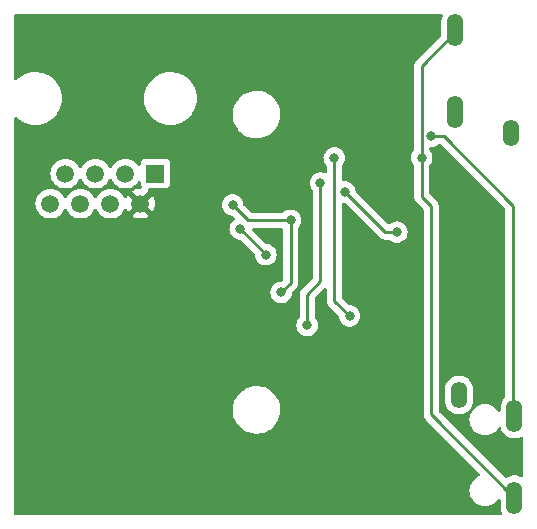
<source format=gbr>
G04 #@! TF.GenerationSoftware,KiCad,Pcbnew,(5.99.0-12750-ge81b516a82)*
G04 #@! TF.CreationDate,2021-10-13T14:39:12-04:00*
G04 #@! TF.ProjectId,Audio_teensy,41756469-6f5f-4746-9565-6e73792e6b69,1.3*
G04 #@! TF.SameCoordinates,Original*
G04 #@! TF.FileFunction,Copper,L2,Bot*
G04 #@! TF.FilePolarity,Positive*
%FSLAX46Y46*%
G04 Gerber Fmt 4.6, Leading zero omitted, Abs format (unit mm)*
G04 Created by KiCad (PCBNEW (5.99.0-12750-ge81b516a82)) date 2021-10-13 14:39:12*
%MOMM*%
%LPD*%
G01*
G04 APERTURE LIST*
G04 #@! TA.AperFunction,ComponentPad*
%ADD10R,1.500000X1.500000*%
G04 #@! TD*
G04 #@! TA.AperFunction,ComponentPad*
%ADD11C,1.500000*%
G04 #@! TD*
G04 #@! TA.AperFunction,ComponentPad*
%ADD12O,1.350000X2.250000*%
G04 #@! TD*
G04 #@! TA.AperFunction,ComponentPad*
%ADD13O,1.350000X2.750000*%
G04 #@! TD*
G04 #@! TA.AperFunction,ViaPad*
%ADD14C,0.800000*%
G04 #@! TD*
G04 #@! TA.AperFunction,Conductor*
%ADD15C,0.254000*%
G04 #@! TD*
G04 APERTURE END LIST*
D10*
X132155000Y-97340000D03*
D11*
X130885000Y-99880000D03*
X129615000Y-97340000D03*
X128345000Y-99880000D03*
X127075000Y-97340000D03*
X125805000Y-99880000D03*
X124535000Y-97340000D03*
X123265000Y-99880000D03*
D12*
X157857500Y-116082500D03*
D13*
X162557500Y-124782500D03*
X162557500Y-117882500D03*
D12*
X162257500Y-93917500D03*
D13*
X157557500Y-85217500D03*
X157557500Y-92117500D03*
D14*
X147300000Y-91700000D03*
X153100000Y-113200000D03*
X158200000Y-108000000D03*
X123600000Y-124300000D03*
X146125000Y-98150000D03*
X145000000Y-110200000D03*
X148600000Y-109400000D03*
X147300000Y-96023500D03*
X141500000Y-104200000D03*
X139340510Y-102026500D03*
X155500000Y-94200000D03*
X154700000Y-96000000D03*
X138700000Y-100000000D03*
X143600000Y-101300000D03*
X142800000Y-107400000D03*
X152600000Y-102300000D03*
X148200000Y-98900000D03*
D15*
X146125000Y-106475000D02*
X146125000Y-98150000D01*
X145000000Y-107600000D02*
X146125000Y-106475000D01*
X145000000Y-110200000D02*
X145000000Y-107600000D01*
X147300000Y-108100000D02*
X147300000Y-96023500D01*
X148600000Y-109400000D02*
X147300000Y-108100000D01*
X139340510Y-102026500D02*
X141500000Y-104185990D01*
X141500000Y-104185990D02*
X141500000Y-104200000D01*
X155500000Y-94200000D02*
X156550000Y-94200000D01*
X162400000Y-100050000D02*
X162400000Y-117725000D01*
X156550000Y-94200000D02*
X162400000Y-100050000D01*
X162400000Y-117725000D02*
X162557500Y-117882500D01*
X154700000Y-88225000D02*
X157707500Y-85217500D01*
X154700000Y-99300000D02*
X155500000Y-100100000D01*
X154700000Y-96000000D02*
X154700000Y-88225000D01*
X155500000Y-100100000D02*
X155500000Y-117725000D01*
X155500000Y-117725000D02*
X162557500Y-124782500D01*
X154700000Y-96000000D02*
X154700000Y-99300000D01*
X143600000Y-106600000D02*
X142800000Y-107400000D01*
X140000000Y-101300000D02*
X143600000Y-101300000D01*
X138700000Y-100000000D02*
X140000000Y-101300000D01*
X143600000Y-101300000D02*
X143600000Y-106600000D01*
X152600000Y-102300000D02*
X151600000Y-102300000D01*
X151600000Y-102300000D02*
X148200000Y-98900000D01*
G04 #@! TA.AperFunction,Conductor*
G36*
X156452839Y-83828002D02*
G01*
X156499332Y-83881658D01*
X156509436Y-83951932D01*
X156496226Y-83992668D01*
X156459405Y-84062654D01*
X156394903Y-84270382D01*
X156374000Y-84446990D01*
X156374000Y-85600077D01*
X156353998Y-85668198D01*
X156337095Y-85689172D01*
X154306517Y-87719750D01*
X154298191Y-87727326D01*
X154291697Y-87731447D01*
X154286274Y-87737222D01*
X154244915Y-87781265D01*
X154242160Y-87784107D01*
X154222361Y-87803906D01*
X154219937Y-87807031D01*
X154219929Y-87807040D01*
X154219863Y-87807126D01*
X154212155Y-87816151D01*
X154181783Y-87848494D01*
X154177965Y-87855438D01*
X154177964Y-87855440D01*
X154171978Y-87866329D01*
X154161127Y-87882847D01*
X154148650Y-87898933D01*
X154131024Y-87939666D01*
X154125807Y-87950314D01*
X154104431Y-87989197D01*
X154102460Y-87996872D01*
X154102458Y-87996878D01*
X154099369Y-88008911D01*
X154092966Y-88027613D01*
X154084883Y-88046292D01*
X154083644Y-88054117D01*
X154077940Y-88090127D01*
X154075535Y-88101740D01*
X154064500Y-88144718D01*
X154064500Y-88165065D01*
X154062949Y-88184776D01*
X154059765Y-88204879D01*
X154060511Y-88212771D01*
X154063941Y-88249056D01*
X154064500Y-88260914D01*
X154064500Y-95299697D01*
X154044498Y-95367818D01*
X154032136Y-95384007D01*
X153993854Y-95426524D01*
X153960960Y-95463056D01*
X153865473Y-95628444D01*
X153806458Y-95810072D01*
X153786496Y-96000000D01*
X153787186Y-96006565D01*
X153802809Y-96155205D01*
X153806458Y-96189928D01*
X153865473Y-96371556D01*
X153960960Y-96536944D01*
X153965378Y-96541851D01*
X153965379Y-96541852D01*
X154032136Y-96615993D01*
X154062854Y-96680000D01*
X154064500Y-96700303D01*
X154064500Y-99220980D01*
X154063970Y-99232214D01*
X154062292Y-99239719D01*
X154062541Y-99247638D01*
X154064438Y-99308012D01*
X154064500Y-99311969D01*
X154064500Y-99339983D01*
X154064996Y-99343908D01*
X154064996Y-99343909D01*
X154065008Y-99344004D01*
X154065941Y-99355849D01*
X154067335Y-99400205D01*
X154069547Y-99407817D01*
X154073013Y-99419748D01*
X154077023Y-99439112D01*
X154079573Y-99459299D01*
X154082489Y-99466663D01*
X154082490Y-99466668D01*
X154095907Y-99500556D01*
X154099752Y-99511785D01*
X154112131Y-99554393D01*
X154116169Y-99561220D01*
X154116170Y-99561223D01*
X154122488Y-99571906D01*
X154131188Y-99589664D01*
X154135761Y-99601215D01*
X154135765Y-99601221D01*
X154138681Y-99608588D01*
X154157674Y-99634729D01*
X154164764Y-99644488D01*
X154171281Y-99654410D01*
X154189826Y-99685768D01*
X154189829Y-99685772D01*
X154193866Y-99692598D01*
X154208250Y-99706982D01*
X154221091Y-99722016D01*
X154233058Y-99738487D01*
X154253638Y-99755512D01*
X154267250Y-99766773D01*
X154276031Y-99774763D01*
X154827596Y-100326329D01*
X154861621Y-100388641D01*
X154864500Y-100415424D01*
X154864500Y-117645980D01*
X154863970Y-117657214D01*
X154862292Y-117664719D01*
X154862541Y-117672638D01*
X154864438Y-117733012D01*
X154864500Y-117736969D01*
X154864500Y-117764983D01*
X154864996Y-117768908D01*
X154864996Y-117768909D01*
X154865008Y-117769004D01*
X154865941Y-117780849D01*
X154867335Y-117825205D01*
X154869547Y-117832817D01*
X154873013Y-117844748D01*
X154877023Y-117864112D01*
X154879573Y-117884299D01*
X154882489Y-117891663D01*
X154882490Y-117891668D01*
X154895907Y-117925556D01*
X154899752Y-117936785D01*
X154904598Y-117953465D01*
X154912131Y-117979393D01*
X154916169Y-117986220D01*
X154916170Y-117986223D01*
X154922488Y-117996906D01*
X154931188Y-118014664D01*
X154935761Y-118026215D01*
X154935765Y-118026221D01*
X154938681Y-118033588D01*
X154943339Y-118039999D01*
X154943340Y-118040001D01*
X154964764Y-118069488D01*
X154971281Y-118079410D01*
X154989826Y-118110768D01*
X154989829Y-118110772D01*
X154993866Y-118117598D01*
X155008250Y-118131982D01*
X155021091Y-118147016D01*
X155033058Y-118163487D01*
X155039166Y-118168540D01*
X155067255Y-118191777D01*
X155076035Y-118199767D01*
X159628479Y-122752211D01*
X159662505Y-122814523D01*
X159657440Y-122885338D01*
X159614893Y-122942174D01*
X159592634Y-122955501D01*
X159405738Y-123042651D01*
X159405733Y-123042654D01*
X159400751Y-123044977D01*
X159357040Y-123075584D01*
X159217711Y-123173143D01*
X159217708Y-123173145D01*
X159213200Y-123176302D01*
X159051302Y-123338200D01*
X158919977Y-123525751D01*
X158917654Y-123530733D01*
X158917651Y-123530738D01*
X158825539Y-123728275D01*
X158823216Y-123733257D01*
X158763957Y-123954413D01*
X158744002Y-124182500D01*
X158763957Y-124410587D01*
X158765381Y-124415900D01*
X158765381Y-124415902D01*
X158787308Y-124497732D01*
X158823216Y-124631743D01*
X158825539Y-124636724D01*
X158825539Y-124636725D01*
X158917651Y-124834262D01*
X158917654Y-124834267D01*
X158919977Y-124839249D01*
X158923134Y-124843757D01*
X159020818Y-124983264D01*
X159051302Y-125026800D01*
X159213200Y-125188698D01*
X159217708Y-125191855D01*
X159217711Y-125191857D01*
X159295889Y-125246598D01*
X159400751Y-125320023D01*
X159405733Y-125322346D01*
X159405738Y-125322349D01*
X159603275Y-125414461D01*
X159608257Y-125416784D01*
X159613565Y-125418206D01*
X159613567Y-125418207D01*
X159824098Y-125474619D01*
X159824100Y-125474619D01*
X159829413Y-125476043D01*
X159928980Y-125484754D01*
X159997649Y-125490762D01*
X159997656Y-125490762D01*
X160000373Y-125491000D01*
X160114627Y-125491000D01*
X160117344Y-125490762D01*
X160117351Y-125490762D01*
X160186020Y-125484754D01*
X160285587Y-125476043D01*
X160290900Y-125474619D01*
X160290902Y-125474619D01*
X160501433Y-125418207D01*
X160501435Y-125418206D01*
X160506743Y-125416784D01*
X160511725Y-125414461D01*
X160709262Y-125322349D01*
X160709267Y-125322346D01*
X160714249Y-125320023D01*
X160819111Y-125246598D01*
X160897289Y-125191857D01*
X160897292Y-125191855D01*
X160901800Y-125188698D01*
X161063698Y-125026800D01*
X161144787Y-124910993D01*
X161200244Y-124866665D01*
X161270863Y-124859356D01*
X161334224Y-124891387D01*
X161370209Y-124952588D01*
X161374000Y-124983264D01*
X161374000Y-125537676D01*
X161388833Y-125699100D01*
X161447874Y-125908445D01*
X161522748Y-126060274D01*
X161534937Y-126130214D01*
X161507378Y-126195643D01*
X161448820Y-126235787D01*
X161409741Y-126242000D01*
X120334000Y-126242000D01*
X120265879Y-126221998D01*
X120219386Y-126168342D01*
X120208000Y-126116000D01*
X120208000Y-117277733D01*
X138703822Y-117277733D01*
X138703975Y-117282121D01*
X138703975Y-117282127D01*
X138712483Y-117525751D01*
X138713625Y-117558458D01*
X138714387Y-117562781D01*
X138714388Y-117562788D01*
X138738164Y-117697624D01*
X138762402Y-117835087D01*
X138849203Y-118102235D01*
X138851131Y-118106188D01*
X138851133Y-118106193D01*
X138867133Y-118138997D01*
X138972340Y-118354702D01*
X138974795Y-118358341D01*
X138974798Y-118358347D01*
X139013620Y-118415902D01*
X139129415Y-118587576D01*
X139317371Y-118796322D01*
X139532550Y-118976879D01*
X139770764Y-119125731D01*
X140027375Y-119239982D01*
X140297390Y-119317407D01*
X140301740Y-119318018D01*
X140301743Y-119318019D01*
X140404690Y-119332487D01*
X140575552Y-119356500D01*
X140786146Y-119356500D01*
X140788332Y-119356347D01*
X140788336Y-119356347D01*
X140991827Y-119342118D01*
X140991832Y-119342117D01*
X140996212Y-119341811D01*
X141270970Y-119283409D01*
X141275099Y-119281906D01*
X141275103Y-119281905D01*
X141530781Y-119188846D01*
X141530785Y-119188844D01*
X141534926Y-119187337D01*
X141782942Y-119055464D01*
X141840525Y-119013628D01*
X142006629Y-118892947D01*
X142006632Y-118892944D01*
X142010192Y-118890358D01*
X142054038Y-118848017D01*
X142209087Y-118698287D01*
X142212252Y-118695231D01*
X142385188Y-118473882D01*
X142387384Y-118470078D01*
X142387389Y-118470071D01*
X142523435Y-118234431D01*
X142525636Y-118230619D01*
X142630862Y-117970176D01*
X142639187Y-117936785D01*
X142697753Y-117701893D01*
X142697754Y-117701888D01*
X142698817Y-117697624D01*
X142700610Y-117680570D01*
X142727719Y-117422636D01*
X142727719Y-117422633D01*
X142728178Y-117418267D01*
X142727875Y-117409577D01*
X142718529Y-117141939D01*
X142718528Y-117141933D01*
X142718375Y-117137542D01*
X142713220Y-117108303D01*
X142674458Y-116888478D01*
X142669598Y-116860913D01*
X142582797Y-116593765D01*
X142579828Y-116587676D01*
X142518320Y-116461569D01*
X142459660Y-116341298D01*
X142457205Y-116337659D01*
X142457202Y-116337653D01*
X142376935Y-116218653D01*
X142302585Y-116108424D01*
X142294011Y-116098901D01*
X142117566Y-115902940D01*
X142114629Y-115899678D01*
X141899450Y-115719121D01*
X141661236Y-115570269D01*
X141404625Y-115456018D01*
X141134610Y-115378593D01*
X141130260Y-115377982D01*
X141130257Y-115377981D01*
X141027310Y-115363513D01*
X140856448Y-115339500D01*
X140645854Y-115339500D01*
X140643668Y-115339653D01*
X140643664Y-115339653D01*
X140440173Y-115353882D01*
X140440168Y-115353883D01*
X140435788Y-115354189D01*
X140161030Y-115412591D01*
X140156901Y-115414094D01*
X140156897Y-115414095D01*
X139901219Y-115507154D01*
X139901215Y-115507156D01*
X139897074Y-115508663D01*
X139649058Y-115640536D01*
X139645499Y-115643122D01*
X139645497Y-115643123D01*
X139540895Y-115719121D01*
X139421808Y-115805642D01*
X139219748Y-116000769D01*
X139046812Y-116222118D01*
X139044616Y-116225922D01*
X139044611Y-116225929D01*
X138966900Y-116360530D01*
X138906364Y-116465381D01*
X138801138Y-116725824D01*
X138800073Y-116730097D01*
X138800072Y-116730099D01*
X138737309Y-116981829D01*
X138733183Y-116998376D01*
X138732724Y-117002744D01*
X138732723Y-117002749D01*
X138714073Y-117180199D01*
X138703822Y-117277733D01*
X120208000Y-117277733D01*
X120208000Y-110200000D01*
X144086496Y-110200000D01*
X144106458Y-110389928D01*
X144165473Y-110571556D01*
X144260960Y-110736944D01*
X144388747Y-110878866D01*
X144543248Y-110991118D01*
X144549276Y-110993802D01*
X144549278Y-110993803D01*
X144711681Y-111066109D01*
X144717712Y-111068794D01*
X144811112Y-111088647D01*
X144898056Y-111107128D01*
X144898061Y-111107128D01*
X144904513Y-111108500D01*
X145095487Y-111108500D01*
X145101939Y-111107128D01*
X145101944Y-111107128D01*
X145188888Y-111088647D01*
X145282288Y-111068794D01*
X145288319Y-111066109D01*
X145450722Y-110993803D01*
X145450724Y-110993802D01*
X145456752Y-110991118D01*
X145611253Y-110878866D01*
X145739040Y-110736944D01*
X145834527Y-110571556D01*
X145893542Y-110389928D01*
X145913504Y-110200000D01*
X145901181Y-110082749D01*
X145894232Y-110016635D01*
X145894232Y-110016633D01*
X145893542Y-110010072D01*
X145834527Y-109828444D01*
X145739040Y-109663056D01*
X145667864Y-109584007D01*
X145637146Y-109520000D01*
X145635500Y-109499697D01*
X145635500Y-107915422D01*
X145655502Y-107847301D01*
X145672405Y-107826327D01*
X146449405Y-107049327D01*
X146511717Y-107015301D01*
X146582532Y-107020366D01*
X146639368Y-107062913D01*
X146664179Y-107129433D01*
X146664500Y-107138422D01*
X146664500Y-108020980D01*
X146663970Y-108032214D01*
X146662292Y-108039719D01*
X146662541Y-108047638D01*
X146664438Y-108108012D01*
X146664500Y-108111969D01*
X146664500Y-108139983D01*
X146664996Y-108143908D01*
X146664996Y-108143909D01*
X146665008Y-108144004D01*
X146665942Y-108155856D01*
X146667050Y-108191118D01*
X146667335Y-108200205D01*
X146669547Y-108207817D01*
X146673013Y-108219748D01*
X146677023Y-108239112D01*
X146679573Y-108259299D01*
X146682489Y-108266663D01*
X146682490Y-108266668D01*
X146695907Y-108300556D01*
X146699752Y-108311785D01*
X146712131Y-108354393D01*
X146716169Y-108361220D01*
X146716170Y-108361223D01*
X146722488Y-108371906D01*
X146731188Y-108389664D01*
X146735761Y-108401215D01*
X146735765Y-108401221D01*
X146738681Y-108408588D01*
X146743339Y-108414999D01*
X146743340Y-108415001D01*
X146764764Y-108444488D01*
X146771281Y-108454410D01*
X146789826Y-108485768D01*
X146789829Y-108485772D01*
X146793866Y-108492598D01*
X146808250Y-108506982D01*
X146821091Y-108522016D01*
X146833058Y-108538487D01*
X146865264Y-108565130D01*
X146867250Y-108566773D01*
X146876031Y-108574763D01*
X147653211Y-109351944D01*
X147687236Y-109414256D01*
X147689425Y-109427868D01*
X147706458Y-109589928D01*
X147765473Y-109771556D01*
X147860960Y-109936944D01*
X147988747Y-110078866D01*
X148143248Y-110191118D01*
X148149276Y-110193802D01*
X148149278Y-110193803D01*
X148311681Y-110266109D01*
X148317712Y-110268794D01*
X148411112Y-110288647D01*
X148498056Y-110307128D01*
X148498061Y-110307128D01*
X148504513Y-110308500D01*
X148695487Y-110308500D01*
X148701939Y-110307128D01*
X148701944Y-110307128D01*
X148788888Y-110288647D01*
X148882288Y-110268794D01*
X148888319Y-110266109D01*
X149050722Y-110193803D01*
X149050724Y-110193802D01*
X149056752Y-110191118D01*
X149211253Y-110078866D01*
X149339040Y-109936944D01*
X149434527Y-109771556D01*
X149493542Y-109589928D01*
X149513504Y-109400000D01*
X149493542Y-109210072D01*
X149434527Y-109028444D01*
X149339040Y-108863056D01*
X149211253Y-108721134D01*
X149056752Y-108608882D01*
X149050724Y-108606198D01*
X149050722Y-108606197D01*
X148888319Y-108533891D01*
X148888318Y-108533891D01*
X148882288Y-108531206D01*
X148768324Y-108506982D01*
X148701944Y-108492872D01*
X148701939Y-108492872D01*
X148695487Y-108491500D01*
X148642423Y-108491500D01*
X148574302Y-108471498D01*
X148553328Y-108454595D01*
X147972405Y-107873672D01*
X147938379Y-107811360D01*
X147935500Y-107784577D01*
X147935500Y-99928173D01*
X147955502Y-99860052D01*
X148009158Y-99813559D01*
X148079432Y-99803455D01*
X148087694Y-99804926D01*
X148098049Y-99807127D01*
X148098058Y-99807128D01*
X148104513Y-99808500D01*
X148157578Y-99808500D01*
X148225699Y-99828502D01*
X148246673Y-99845405D01*
X149694702Y-101293435D01*
X151094750Y-102693483D01*
X151102326Y-102701809D01*
X151106447Y-102708303D01*
X151112222Y-102713726D01*
X151156265Y-102755085D01*
X151159107Y-102757840D01*
X151178906Y-102777639D01*
X151182037Y-102780068D01*
X151182042Y-102780072D01*
X151182128Y-102780139D01*
X151191153Y-102787847D01*
X151217715Y-102812791D01*
X151217719Y-102812794D01*
X151223494Y-102818217D01*
X151230440Y-102822036D01*
X151230445Y-102822039D01*
X151241328Y-102828022D01*
X151257856Y-102838878D01*
X151267671Y-102846492D01*
X151267674Y-102846494D01*
X151273933Y-102851349D01*
X151281203Y-102854495D01*
X151281208Y-102854498D01*
X151314650Y-102868969D01*
X151325311Y-102874192D01*
X151357247Y-102891749D01*
X151357252Y-102891751D01*
X151364197Y-102895569D01*
X151371871Y-102897539D01*
X151371878Y-102897542D01*
X151383913Y-102900632D01*
X151402618Y-102907036D01*
X151414013Y-102911967D01*
X151421292Y-102915117D01*
X151448342Y-102919401D01*
X151465127Y-102922060D01*
X151476740Y-102924465D01*
X151519718Y-102935500D01*
X151540065Y-102935500D01*
X151559777Y-102937051D01*
X151579879Y-102940235D01*
X151587771Y-102939489D01*
X151624056Y-102936059D01*
X151635914Y-102935500D01*
X151893601Y-102935500D01*
X151961722Y-102955502D01*
X151978908Y-102970109D01*
X151979420Y-102969540D01*
X151984332Y-102973963D01*
X151988747Y-102978866D01*
X152143248Y-103091118D01*
X152149276Y-103093802D01*
X152149278Y-103093803D01*
X152311681Y-103166109D01*
X152317712Y-103168794D01*
X152411113Y-103188647D01*
X152498056Y-103207128D01*
X152498061Y-103207128D01*
X152504513Y-103208500D01*
X152695487Y-103208500D01*
X152701939Y-103207128D01*
X152701944Y-103207128D01*
X152788887Y-103188647D01*
X152882288Y-103168794D01*
X152888319Y-103166109D01*
X153050722Y-103093803D01*
X153050724Y-103093802D01*
X153056752Y-103091118D01*
X153211253Y-102978866D01*
X153232740Y-102955002D01*
X153334621Y-102841852D01*
X153334622Y-102841851D01*
X153339040Y-102836944D01*
X153418246Y-102699756D01*
X153431223Y-102677279D01*
X153431224Y-102677278D01*
X153434527Y-102671556D01*
X153493542Y-102489928D01*
X153513504Y-102300000D01*
X153493542Y-102110072D01*
X153434527Y-101928444D01*
X153427339Y-101915993D01*
X153381699Y-101836944D01*
X153339040Y-101763056D01*
X153211253Y-101621134D01*
X153056752Y-101508882D01*
X153050724Y-101506198D01*
X153050722Y-101506197D01*
X152888319Y-101433891D01*
X152888318Y-101433891D01*
X152882288Y-101431206D01*
X152788887Y-101411353D01*
X152701944Y-101392872D01*
X152701939Y-101392872D01*
X152695487Y-101391500D01*
X152504513Y-101391500D01*
X152498061Y-101392872D01*
X152498056Y-101392872D01*
X152411112Y-101411353D01*
X152317712Y-101431206D01*
X152311682Y-101433891D01*
X152311681Y-101433891D01*
X152149278Y-101506197D01*
X152149276Y-101506198D01*
X152143248Y-101508882D01*
X151988747Y-101621134D01*
X151987592Y-101622417D01*
X151925212Y-101652349D01*
X151854759Y-101643581D01*
X151815821Y-101617089D01*
X149146790Y-98948057D01*
X149112764Y-98885745D01*
X149110575Y-98872132D01*
X149094232Y-98716635D01*
X149094232Y-98716633D01*
X149093542Y-98710072D01*
X149034527Y-98528444D01*
X148939040Y-98363056D01*
X148918216Y-98339928D01*
X148815675Y-98226045D01*
X148815674Y-98226044D01*
X148811253Y-98221134D01*
X148656752Y-98108882D01*
X148650724Y-98106198D01*
X148650722Y-98106197D01*
X148488319Y-98033891D01*
X148488318Y-98033891D01*
X148482288Y-98031206D01*
X148388888Y-98011353D01*
X148301944Y-97992872D01*
X148301939Y-97992872D01*
X148295487Y-97991500D01*
X148104513Y-97991500D01*
X148098058Y-97992872D01*
X148098049Y-97992873D01*
X148087694Y-97995074D01*
X148016904Y-97989671D01*
X147960272Y-97946853D01*
X147935780Y-97880215D01*
X147935500Y-97871827D01*
X147935500Y-96723803D01*
X147955502Y-96655682D01*
X147967864Y-96639493D01*
X148034621Y-96565352D01*
X148034622Y-96565351D01*
X148039040Y-96560444D01*
X148134527Y-96395056D01*
X148193542Y-96213428D01*
X148199662Y-96155205D01*
X148212814Y-96030065D01*
X148213504Y-96023500D01*
X148193542Y-95833572D01*
X148134527Y-95651944D01*
X148039040Y-95486556D01*
X148013462Y-95458148D01*
X147915675Y-95349545D01*
X147915674Y-95349544D01*
X147911253Y-95344634D01*
X147756752Y-95232382D01*
X147750724Y-95229698D01*
X147750722Y-95229697D01*
X147588319Y-95157391D01*
X147588318Y-95157391D01*
X147582288Y-95154706D01*
X147488888Y-95134853D01*
X147401944Y-95116372D01*
X147401939Y-95116372D01*
X147395487Y-95115000D01*
X147204513Y-95115000D01*
X147198061Y-95116372D01*
X147198056Y-95116372D01*
X147111112Y-95134853D01*
X147017712Y-95154706D01*
X147011682Y-95157391D01*
X147011681Y-95157391D01*
X146849278Y-95229697D01*
X146849276Y-95229698D01*
X146843248Y-95232382D01*
X146688747Y-95344634D01*
X146684326Y-95349544D01*
X146684325Y-95349545D01*
X146586539Y-95458148D01*
X146560960Y-95486556D01*
X146465473Y-95651944D01*
X146406458Y-95833572D01*
X146386496Y-96023500D01*
X146387186Y-96030065D01*
X146400339Y-96155205D01*
X146406458Y-96213428D01*
X146465473Y-96395056D01*
X146560960Y-96560444D01*
X146565378Y-96565351D01*
X146565379Y-96565352D01*
X146632136Y-96639493D01*
X146662854Y-96703500D01*
X146664500Y-96723803D01*
X146664500Y-97201701D01*
X146644498Y-97269822D01*
X146590842Y-97316315D01*
X146520568Y-97326419D01*
X146487253Y-97316809D01*
X146407288Y-97281206D01*
X146313888Y-97261353D01*
X146226944Y-97242872D01*
X146226939Y-97242872D01*
X146220487Y-97241500D01*
X146029513Y-97241500D01*
X146023061Y-97242872D01*
X146023056Y-97242872D01*
X145936112Y-97261353D01*
X145842712Y-97281206D01*
X145836682Y-97283891D01*
X145836681Y-97283891D01*
X145674278Y-97356197D01*
X145674276Y-97356198D01*
X145668248Y-97358882D01*
X145513747Y-97471134D01*
X145509326Y-97476044D01*
X145509325Y-97476045D01*
X145439230Y-97553894D01*
X145385960Y-97613056D01*
X145382659Y-97618774D01*
X145294150Y-97772076D01*
X145290473Y-97778444D01*
X145231458Y-97960072D01*
X145230768Y-97966633D01*
X145230768Y-97966635D01*
X145223971Y-98031305D01*
X145211496Y-98150000D01*
X145212186Y-98156565D01*
X145230236Y-98328297D01*
X145231458Y-98339928D01*
X145290473Y-98521556D01*
X145293776Y-98527278D01*
X145293777Y-98527279D01*
X145308972Y-98553598D01*
X145385960Y-98686944D01*
X145390378Y-98691851D01*
X145390379Y-98691852D01*
X145457136Y-98765993D01*
X145487854Y-98830000D01*
X145489500Y-98850303D01*
X145489500Y-106159577D01*
X145469498Y-106227698D01*
X145452595Y-106248672D01*
X144606517Y-107094750D01*
X144598191Y-107102326D01*
X144591697Y-107106447D01*
X144586274Y-107112222D01*
X144544915Y-107156265D01*
X144542160Y-107159107D01*
X144522361Y-107178906D01*
X144519937Y-107182031D01*
X144519929Y-107182040D01*
X144519863Y-107182126D01*
X144512155Y-107191151D01*
X144481783Y-107223494D01*
X144477965Y-107230438D01*
X144477964Y-107230440D01*
X144471978Y-107241329D01*
X144461127Y-107257847D01*
X144448650Y-107273933D01*
X144431024Y-107314666D01*
X144425807Y-107325314D01*
X144404431Y-107364197D01*
X144402460Y-107371872D01*
X144402458Y-107371878D01*
X144399369Y-107383911D01*
X144392966Y-107402613D01*
X144384883Y-107421292D01*
X144383644Y-107429117D01*
X144377940Y-107465127D01*
X144375535Y-107476740D01*
X144364500Y-107519718D01*
X144364500Y-107540065D01*
X144362949Y-107559776D01*
X144359765Y-107579879D01*
X144360511Y-107587771D01*
X144363941Y-107624056D01*
X144364500Y-107635914D01*
X144364500Y-109499697D01*
X144344498Y-109567818D01*
X144332136Y-109584006D01*
X144260960Y-109663056D01*
X144165473Y-109828444D01*
X144106458Y-110010072D01*
X144105768Y-110016633D01*
X144105768Y-110016635D01*
X144098819Y-110082749D01*
X144086496Y-110200000D01*
X120208000Y-110200000D01*
X120208000Y-99880000D01*
X122001693Y-99880000D01*
X122020885Y-100099371D01*
X122077880Y-100312076D01*
X122101735Y-100363233D01*
X122168618Y-100506666D01*
X122168621Y-100506671D01*
X122170944Y-100511653D01*
X122174100Y-100516160D01*
X122174101Y-100516162D01*
X122290747Y-100682749D01*
X122297251Y-100692038D01*
X122452962Y-100847749D01*
X122457471Y-100850906D01*
X122457473Y-100850908D01*
X122532241Y-100903261D01*
X122633346Y-100974056D01*
X122832924Y-101067120D01*
X123045629Y-101124115D01*
X123265000Y-101143307D01*
X123484371Y-101124115D01*
X123697076Y-101067120D01*
X123896654Y-100974056D01*
X123997759Y-100903261D01*
X124072527Y-100850908D01*
X124072529Y-100850906D01*
X124077038Y-100847749D01*
X124232749Y-100692038D01*
X124239254Y-100682749D01*
X124355899Y-100516162D01*
X124355900Y-100516160D01*
X124359056Y-100511653D01*
X124361379Y-100506671D01*
X124361382Y-100506666D01*
X124420805Y-100379231D01*
X124467722Y-100325946D01*
X124535999Y-100306485D01*
X124603959Y-100327027D01*
X124649195Y-100379231D01*
X124708618Y-100506666D01*
X124708621Y-100506671D01*
X124710944Y-100511653D01*
X124714100Y-100516160D01*
X124714101Y-100516162D01*
X124830747Y-100682749D01*
X124837251Y-100692038D01*
X124992962Y-100847749D01*
X124997471Y-100850906D01*
X124997473Y-100850908D01*
X125072241Y-100903261D01*
X125173346Y-100974056D01*
X125372924Y-101067120D01*
X125585629Y-101124115D01*
X125805000Y-101143307D01*
X126024371Y-101124115D01*
X126237076Y-101067120D01*
X126436654Y-100974056D01*
X126537759Y-100903261D01*
X126612527Y-100850908D01*
X126612529Y-100850906D01*
X126617038Y-100847749D01*
X126772749Y-100692038D01*
X126779254Y-100682749D01*
X126895899Y-100516162D01*
X126895900Y-100516160D01*
X126899056Y-100511653D01*
X126901379Y-100506671D01*
X126901382Y-100506666D01*
X126960805Y-100379231D01*
X127007722Y-100325946D01*
X127075999Y-100306485D01*
X127143959Y-100327027D01*
X127189195Y-100379231D01*
X127248618Y-100506666D01*
X127248621Y-100506671D01*
X127250944Y-100511653D01*
X127254100Y-100516160D01*
X127254101Y-100516162D01*
X127370747Y-100682749D01*
X127377251Y-100692038D01*
X127532962Y-100847749D01*
X127537471Y-100850906D01*
X127537473Y-100850908D01*
X127612241Y-100903261D01*
X127713346Y-100974056D01*
X127912924Y-101067120D01*
X128125629Y-101124115D01*
X128345000Y-101143307D01*
X128564371Y-101124115D01*
X128777076Y-101067120D01*
X128976654Y-100974056D01*
X129039342Y-100930161D01*
X130199393Y-100930161D01*
X130208687Y-100942175D01*
X130249088Y-100970464D01*
X130258584Y-100975947D01*
X130448113Y-101064326D01*
X130458405Y-101068072D01*
X130660401Y-101122196D01*
X130671196Y-101124099D01*
X130879525Y-101142326D01*
X130890475Y-101142326D01*
X131098804Y-101124099D01*
X131109599Y-101122196D01*
X131311595Y-101068072D01*
X131321887Y-101064326D01*
X131511416Y-100975947D01*
X131520912Y-100970464D01*
X131562148Y-100941590D01*
X131570523Y-100931112D01*
X131563457Y-100917668D01*
X130897811Y-100252021D01*
X130883868Y-100244408D01*
X130882034Y-100244539D01*
X130875420Y-100248790D01*
X130205820Y-100918391D01*
X130199393Y-100930161D01*
X129039342Y-100930161D01*
X129077759Y-100903261D01*
X129152527Y-100850908D01*
X129152529Y-100850906D01*
X129157038Y-100847749D01*
X129312749Y-100692038D01*
X129319254Y-100682749D01*
X129435899Y-100516162D01*
X129435900Y-100516160D01*
X129439056Y-100511653D01*
X129441379Y-100506671D01*
X129441382Y-100506666D01*
X129501081Y-100378640D01*
X129547998Y-100325355D01*
X129616276Y-100305894D01*
X129684236Y-100326436D01*
X129729471Y-100378640D01*
X129789054Y-100506417D01*
X129794534Y-100515907D01*
X129823411Y-100557149D01*
X129833887Y-100565523D01*
X129847334Y-100558455D01*
X130512979Y-99892811D01*
X130519356Y-99881132D01*
X131249408Y-99881132D01*
X131249539Y-99882966D01*
X131253790Y-99889580D01*
X131923391Y-100559180D01*
X131935161Y-100565607D01*
X131947176Y-100556311D01*
X131975466Y-100515907D01*
X131980946Y-100506417D01*
X132069326Y-100316887D01*
X132073072Y-100306595D01*
X132127196Y-100104599D01*
X132129099Y-100093804D01*
X132137306Y-100000000D01*
X137786496Y-100000000D01*
X137787186Y-100006565D01*
X137804381Y-100170163D01*
X137806458Y-100189928D01*
X137865473Y-100371556D01*
X137960960Y-100536944D01*
X137965378Y-100541851D01*
X137965379Y-100541852D01*
X138045162Y-100630460D01*
X138088747Y-100678866D01*
X138243248Y-100791118D01*
X138249276Y-100793802D01*
X138249278Y-100793803D01*
X138377539Y-100850908D01*
X138417712Y-100868794D01*
X138511112Y-100888647D01*
X138598056Y-100907128D01*
X138598061Y-100907128D01*
X138604513Y-100908500D01*
X138657578Y-100908500D01*
X138725699Y-100928502D01*
X138746673Y-100945405D01*
X138867995Y-101066727D01*
X138902021Y-101129039D01*
X138896956Y-101199854D01*
X138852962Y-101257757D01*
X138729257Y-101347634D01*
X138724836Y-101352544D01*
X138724835Y-101352545D01*
X138654009Y-101431206D01*
X138601470Y-101489556D01*
X138505983Y-101654944D01*
X138446968Y-101836572D01*
X138446278Y-101843133D01*
X138446278Y-101843135D01*
X138437913Y-101922721D01*
X138427006Y-102026500D01*
X138446968Y-102216428D01*
X138505983Y-102398056D01*
X138601470Y-102563444D01*
X138605888Y-102568351D01*
X138605889Y-102568352D01*
X138724206Y-102699756D01*
X138729257Y-102705366D01*
X138883758Y-102817618D01*
X138889786Y-102820302D01*
X138889788Y-102820303D01*
X139052191Y-102892609D01*
X139058222Y-102895294D01*
X139136662Y-102911967D01*
X139238566Y-102933628D01*
X139238571Y-102933628D01*
X139245023Y-102935000D01*
X139298088Y-102935000D01*
X139366209Y-102955002D01*
X139387183Y-102971905D01*
X140551565Y-104136288D01*
X140585591Y-104198600D01*
X140587779Y-104212206D01*
X140606458Y-104389928D01*
X140665473Y-104571556D01*
X140760960Y-104736944D01*
X140888747Y-104878866D01*
X141043248Y-104991118D01*
X141049276Y-104993802D01*
X141049278Y-104993803D01*
X141211681Y-105066109D01*
X141217712Y-105068794D01*
X141311112Y-105088647D01*
X141398056Y-105107128D01*
X141398061Y-105107128D01*
X141404513Y-105108500D01*
X141595487Y-105108500D01*
X141601939Y-105107128D01*
X141601944Y-105107128D01*
X141688888Y-105088647D01*
X141782288Y-105068794D01*
X141788319Y-105066109D01*
X141950722Y-104993803D01*
X141950724Y-104993802D01*
X141956752Y-104991118D01*
X142111253Y-104878866D01*
X142239040Y-104736944D01*
X142334527Y-104571556D01*
X142393542Y-104389928D01*
X142413504Y-104200000D01*
X142393542Y-104010072D01*
X142334527Y-103828444D01*
X142239040Y-103663056D01*
X142111253Y-103521134D01*
X141956752Y-103408882D01*
X141950724Y-103406198D01*
X141950722Y-103406197D01*
X141788319Y-103333891D01*
X141788318Y-103333891D01*
X141782288Y-103331206D01*
X141688888Y-103311353D01*
X141601944Y-103292872D01*
X141601939Y-103292872D01*
X141595487Y-103291500D01*
X141556432Y-103291500D01*
X141488311Y-103271498D01*
X141467337Y-103254595D01*
X140363338Y-102150595D01*
X140329312Y-102088283D01*
X140334377Y-102017467D01*
X140376924Y-101960632D01*
X140443444Y-101935821D01*
X140452433Y-101935500D01*
X142838500Y-101935500D01*
X142906621Y-101955502D01*
X142953114Y-102009158D01*
X142964500Y-102061500D01*
X142964500Y-106284578D01*
X142944498Y-106352699D01*
X142927595Y-106373673D01*
X142846673Y-106454595D01*
X142784361Y-106488621D01*
X142757578Y-106491500D01*
X142704513Y-106491500D01*
X142698061Y-106492872D01*
X142698056Y-106492872D01*
X142611113Y-106511353D01*
X142517712Y-106531206D01*
X142511682Y-106533891D01*
X142511681Y-106533891D01*
X142349278Y-106606197D01*
X142349276Y-106606198D01*
X142343248Y-106608882D01*
X142188747Y-106721134D01*
X142184326Y-106726044D01*
X142184325Y-106726045D01*
X142071360Y-106851506D01*
X142060960Y-106863056D01*
X142029647Y-106917291D01*
X141969717Y-107021094D01*
X141965473Y-107028444D01*
X141906458Y-107210072D01*
X141905768Y-107216633D01*
X141905768Y-107216635D01*
X141905047Y-107223494D01*
X141886496Y-107400000D01*
X141887186Y-107406565D01*
X141894563Y-107476749D01*
X141906458Y-107589928D01*
X141965473Y-107771556D01*
X142060960Y-107936944D01*
X142188747Y-108078866D01*
X142343248Y-108191118D01*
X142349276Y-108193802D01*
X142349278Y-108193803D01*
X142511681Y-108266109D01*
X142517712Y-108268794D01*
X142611112Y-108288647D01*
X142698056Y-108307128D01*
X142698061Y-108307128D01*
X142704513Y-108308500D01*
X142895487Y-108308500D01*
X142901939Y-108307128D01*
X142901944Y-108307128D01*
X142988888Y-108288647D01*
X143082288Y-108268794D01*
X143088319Y-108266109D01*
X143250722Y-108193803D01*
X143250724Y-108193802D01*
X143256752Y-108191118D01*
X143411253Y-108078866D01*
X143539040Y-107936944D01*
X143634527Y-107771556D01*
X143693542Y-107589928D01*
X143705438Y-107476749D01*
X143710575Y-107427868D01*
X143737588Y-107362211D01*
X143746790Y-107351942D01*
X143857404Y-107241329D01*
X143993488Y-107105245D01*
X144001807Y-107097675D01*
X144008303Y-107093553D01*
X144055086Y-107043734D01*
X144057840Y-107040893D01*
X144077639Y-107021094D01*
X144080063Y-107017969D01*
X144080071Y-107017960D01*
X144080137Y-107017874D01*
X144087845Y-107008849D01*
X144112790Y-106982285D01*
X144118217Y-106976506D01*
X144122590Y-106968553D01*
X144128022Y-106958671D01*
X144138873Y-106942153D01*
X144151350Y-106926067D01*
X144168976Y-106885334D01*
X144174193Y-106874686D01*
X144191749Y-106842751D01*
X144195569Y-106835803D01*
X144197540Y-106828128D01*
X144197542Y-106828122D01*
X144200631Y-106816089D01*
X144207034Y-106797387D01*
X144215117Y-106778708D01*
X144222060Y-106734873D01*
X144224467Y-106723251D01*
X144226008Y-106717251D01*
X144235500Y-106680282D01*
X144235500Y-106659935D01*
X144237051Y-106640224D01*
X144238995Y-106627950D01*
X144240235Y-106620121D01*
X144236059Y-106575944D01*
X144235500Y-106564086D01*
X144235500Y-102000303D01*
X144255502Y-101932182D01*
X144267864Y-101915993D01*
X144334621Y-101841852D01*
X144334622Y-101841851D01*
X144339040Y-101836944D01*
X144434527Y-101671556D01*
X144493542Y-101489928D01*
X144513504Y-101300000D01*
X144509064Y-101257758D01*
X144494232Y-101116635D01*
X144494232Y-101116633D01*
X144493542Y-101110072D01*
X144434527Y-100928444D01*
X144428306Y-100917668D01*
X144356792Y-100793803D01*
X144339040Y-100763056D01*
X144271034Y-100687527D01*
X144215675Y-100626045D01*
X144215674Y-100626044D01*
X144211253Y-100621134D01*
X144056752Y-100508882D01*
X144050724Y-100506198D01*
X144050722Y-100506197D01*
X143888319Y-100433891D01*
X143888318Y-100433891D01*
X143882288Y-100431206D01*
X143788887Y-100411353D01*
X143701944Y-100392872D01*
X143701939Y-100392872D01*
X143695487Y-100391500D01*
X143504513Y-100391500D01*
X143498061Y-100392872D01*
X143498056Y-100392872D01*
X143411113Y-100411353D01*
X143317712Y-100431206D01*
X143311682Y-100433891D01*
X143311681Y-100433891D01*
X143149278Y-100506197D01*
X143149276Y-100506198D01*
X143143248Y-100508882D01*
X142988747Y-100621134D01*
X142984332Y-100626037D01*
X142979420Y-100630460D01*
X142977779Y-100628638D01*
X142926790Y-100660050D01*
X142893601Y-100664500D01*
X140315423Y-100664500D01*
X140247302Y-100644498D01*
X140226328Y-100627595D01*
X139646790Y-100048057D01*
X139612764Y-99985745D01*
X139610575Y-99972132D01*
X139594232Y-99816635D01*
X139594232Y-99816633D01*
X139593542Y-99810072D01*
X139534527Y-99628444D01*
X139508422Y-99583228D01*
X139463878Y-99506077D01*
X139439040Y-99463056D01*
X139430982Y-99454106D01*
X139315675Y-99326045D01*
X139315674Y-99326044D01*
X139311253Y-99321134D01*
X139189729Y-99232841D01*
X139162094Y-99212763D01*
X139162093Y-99212762D01*
X139156752Y-99208882D01*
X139150724Y-99206198D01*
X139150722Y-99206197D01*
X138988319Y-99133891D01*
X138988318Y-99133891D01*
X138982288Y-99131206D01*
X138888888Y-99111353D01*
X138801944Y-99092872D01*
X138801939Y-99092872D01*
X138795487Y-99091500D01*
X138604513Y-99091500D01*
X138598061Y-99092872D01*
X138598056Y-99092872D01*
X138511112Y-99111353D01*
X138417712Y-99131206D01*
X138411682Y-99133891D01*
X138411681Y-99133891D01*
X138249278Y-99206197D01*
X138249276Y-99206198D01*
X138243248Y-99208882D01*
X138237907Y-99212762D01*
X138237906Y-99212763D01*
X138210271Y-99232841D01*
X138088747Y-99321134D01*
X138084326Y-99326044D01*
X138084325Y-99326045D01*
X137969019Y-99454106D01*
X137960960Y-99463056D01*
X137936122Y-99506077D01*
X137891579Y-99583228D01*
X137865473Y-99628444D01*
X137806458Y-99810072D01*
X137805768Y-99816633D01*
X137805768Y-99816635D01*
X137792573Y-99942178D01*
X137786496Y-100000000D01*
X132137306Y-100000000D01*
X132147326Y-99885475D01*
X132147326Y-99874525D01*
X132129099Y-99666196D01*
X132127196Y-99655401D01*
X132073072Y-99453405D01*
X132069326Y-99443113D01*
X131980946Y-99253583D01*
X131975466Y-99244093D01*
X131946589Y-99202851D01*
X131936113Y-99194477D01*
X131922666Y-99201545D01*
X131257021Y-99867189D01*
X131249408Y-99881132D01*
X130519356Y-99881132D01*
X130520592Y-99878868D01*
X130520461Y-99877034D01*
X130516210Y-99870420D01*
X129846609Y-99200820D01*
X129834839Y-99194393D01*
X129822824Y-99203689D01*
X129794534Y-99244093D01*
X129789054Y-99253583D01*
X129729471Y-99381360D01*
X129682554Y-99434645D01*
X129614276Y-99454106D01*
X129546316Y-99433564D01*
X129501081Y-99381360D01*
X129441382Y-99253334D01*
X129441379Y-99253329D01*
X129439056Y-99248347D01*
X129426098Y-99229841D01*
X129315908Y-99072473D01*
X129315906Y-99072470D01*
X129312749Y-99067962D01*
X129157038Y-98912251D01*
X129099743Y-98872132D01*
X129039342Y-98829839D01*
X128976654Y-98785944D01*
X128777076Y-98692880D01*
X128564371Y-98635885D01*
X128345000Y-98616693D01*
X128125629Y-98635885D01*
X127912924Y-98692880D01*
X127819562Y-98736415D01*
X127718334Y-98783618D01*
X127718329Y-98783621D01*
X127713347Y-98785944D01*
X127708840Y-98789100D01*
X127708838Y-98789101D01*
X127537473Y-98909092D01*
X127537470Y-98909094D01*
X127532962Y-98912251D01*
X127377251Y-99067962D01*
X127374094Y-99072470D01*
X127374092Y-99072473D01*
X127263902Y-99229841D01*
X127250944Y-99248347D01*
X127248621Y-99253329D01*
X127248618Y-99253334D01*
X127189195Y-99380769D01*
X127142278Y-99434054D01*
X127074001Y-99453515D01*
X127006041Y-99432973D01*
X126960805Y-99380769D01*
X126901382Y-99253334D01*
X126901379Y-99253329D01*
X126899056Y-99248347D01*
X126886098Y-99229841D01*
X126775908Y-99072473D01*
X126775906Y-99072470D01*
X126772749Y-99067962D01*
X126617038Y-98912251D01*
X126559743Y-98872132D01*
X126499342Y-98829839D01*
X126436654Y-98785944D01*
X126237076Y-98692880D01*
X126024371Y-98635885D01*
X125805000Y-98616693D01*
X125585629Y-98635885D01*
X125372924Y-98692880D01*
X125279562Y-98736415D01*
X125178334Y-98783618D01*
X125178329Y-98783621D01*
X125173347Y-98785944D01*
X125168840Y-98789100D01*
X125168838Y-98789101D01*
X124997473Y-98909092D01*
X124997470Y-98909094D01*
X124992962Y-98912251D01*
X124837251Y-99067962D01*
X124834094Y-99072470D01*
X124834092Y-99072473D01*
X124723902Y-99229841D01*
X124710944Y-99248347D01*
X124708621Y-99253329D01*
X124708618Y-99253334D01*
X124649195Y-99380769D01*
X124602278Y-99434054D01*
X124534001Y-99453515D01*
X124466041Y-99432973D01*
X124420805Y-99380769D01*
X124361382Y-99253334D01*
X124361379Y-99253329D01*
X124359056Y-99248347D01*
X124346098Y-99229841D01*
X124235908Y-99072473D01*
X124235906Y-99072470D01*
X124232749Y-99067962D01*
X124077038Y-98912251D01*
X124019743Y-98872132D01*
X123959342Y-98829839D01*
X123896654Y-98785944D01*
X123697076Y-98692880D01*
X123484371Y-98635885D01*
X123265000Y-98616693D01*
X123045629Y-98635885D01*
X122832924Y-98692880D01*
X122739562Y-98736415D01*
X122638334Y-98783618D01*
X122638329Y-98783621D01*
X122633347Y-98785944D01*
X122628840Y-98789100D01*
X122628838Y-98789101D01*
X122457473Y-98909092D01*
X122457470Y-98909094D01*
X122452962Y-98912251D01*
X122297251Y-99067962D01*
X122294094Y-99072470D01*
X122294092Y-99072473D01*
X122183902Y-99229841D01*
X122170944Y-99248347D01*
X122168621Y-99253329D01*
X122168618Y-99253334D01*
X122123582Y-99349915D01*
X122077880Y-99447924D01*
X122020885Y-99660629D01*
X122001693Y-99880000D01*
X120208000Y-99880000D01*
X120208000Y-97340000D01*
X123271693Y-97340000D01*
X123290885Y-97559371D01*
X123347880Y-97772076D01*
X123354348Y-97785946D01*
X123438618Y-97966666D01*
X123438621Y-97966671D01*
X123440944Y-97971653D01*
X123444100Y-97976160D01*
X123444101Y-97976162D01*
X123555123Y-98134717D01*
X123567251Y-98152038D01*
X123722962Y-98307749D01*
X123903346Y-98434056D01*
X124102924Y-98527120D01*
X124315629Y-98584115D01*
X124535000Y-98603307D01*
X124754371Y-98584115D01*
X124967076Y-98527120D01*
X125166654Y-98434056D01*
X125347038Y-98307749D01*
X125502749Y-98152038D01*
X125514878Y-98134717D01*
X125625899Y-97976162D01*
X125625900Y-97976160D01*
X125629056Y-97971653D01*
X125631379Y-97966671D01*
X125631382Y-97966666D01*
X125690805Y-97839231D01*
X125737722Y-97785946D01*
X125805999Y-97766485D01*
X125873959Y-97787027D01*
X125919195Y-97839231D01*
X125978618Y-97966666D01*
X125978621Y-97966671D01*
X125980944Y-97971653D01*
X125984100Y-97976160D01*
X125984101Y-97976162D01*
X126095123Y-98134717D01*
X126107251Y-98152038D01*
X126262962Y-98307749D01*
X126443346Y-98434056D01*
X126642924Y-98527120D01*
X126855629Y-98584115D01*
X127075000Y-98603307D01*
X127294371Y-98584115D01*
X127507076Y-98527120D01*
X127706654Y-98434056D01*
X127887038Y-98307749D01*
X128042749Y-98152038D01*
X128054878Y-98134717D01*
X128165899Y-97976162D01*
X128165900Y-97976160D01*
X128169056Y-97971653D01*
X128171379Y-97966671D01*
X128171382Y-97966666D01*
X128230805Y-97839231D01*
X128277722Y-97785946D01*
X128345999Y-97766485D01*
X128413959Y-97787027D01*
X128459195Y-97839231D01*
X128518618Y-97966666D01*
X128518621Y-97966671D01*
X128520944Y-97971653D01*
X128524100Y-97976160D01*
X128524101Y-97976162D01*
X128635123Y-98134717D01*
X128647251Y-98152038D01*
X128802962Y-98307749D01*
X128983346Y-98434056D01*
X129182924Y-98527120D01*
X129395629Y-98584115D01*
X129615000Y-98603307D01*
X129834371Y-98584115D01*
X130047076Y-98527120D01*
X130246654Y-98434056D01*
X130427038Y-98307749D01*
X130582749Y-98152038D01*
X130594878Y-98134717D01*
X130667287Y-98031305D01*
X130722744Y-97986977D01*
X130793363Y-97979668D01*
X130856724Y-98011699D01*
X130892709Y-98072900D01*
X130896500Y-98103576D01*
X130896500Y-98138134D01*
X130903255Y-98200316D01*
X130954385Y-98336705D01*
X130959770Y-98343890D01*
X130959771Y-98343892D01*
X131015094Y-98417709D01*
X131039942Y-98484216D01*
X131024889Y-98553598D01*
X130974715Y-98603828D01*
X130903285Y-98618794D01*
X130890485Y-98617674D01*
X130879525Y-98617674D01*
X130671196Y-98635901D01*
X130660401Y-98637804D01*
X130458405Y-98691928D01*
X130448113Y-98695674D01*
X130258583Y-98784054D01*
X130249093Y-98789534D01*
X130207851Y-98818411D01*
X130199477Y-98828887D01*
X130206545Y-98842334D01*
X130872189Y-99507979D01*
X130886132Y-99515592D01*
X130887966Y-99515461D01*
X130894580Y-99511210D01*
X131564180Y-98841609D01*
X131570607Y-98829839D01*
X131549602Y-98802688D01*
X131553204Y-98799902D01*
X131531108Y-98772262D01*
X131523795Y-98701643D01*
X131555823Y-98638281D01*
X131617022Y-98602293D01*
X131647705Y-98598500D01*
X132953134Y-98598500D01*
X133015316Y-98591745D01*
X133151705Y-98540615D01*
X133268261Y-98453261D01*
X133355615Y-98336705D01*
X133406745Y-98200316D01*
X133413500Y-98138134D01*
X133413500Y-96541866D01*
X133406745Y-96479684D01*
X133355615Y-96343295D01*
X133268261Y-96226739D01*
X133151705Y-96139385D01*
X133015316Y-96088255D01*
X132953134Y-96081500D01*
X131356866Y-96081500D01*
X131294684Y-96088255D01*
X131158295Y-96139385D01*
X131041739Y-96226739D01*
X130954385Y-96343295D01*
X130903255Y-96479684D01*
X130896500Y-96541866D01*
X130896500Y-96576424D01*
X130876498Y-96644545D01*
X130822842Y-96691038D01*
X130752568Y-96701142D01*
X130687988Y-96671648D01*
X130667287Y-96648695D01*
X130585908Y-96532473D01*
X130585906Y-96532470D01*
X130582749Y-96527962D01*
X130427038Y-96372251D01*
X130246654Y-96245944D01*
X130047076Y-96152880D01*
X129834371Y-96095885D01*
X129615000Y-96076693D01*
X129395629Y-96095885D01*
X129182924Y-96152880D01*
X129117549Y-96183365D01*
X128988334Y-96243618D01*
X128988329Y-96243621D01*
X128983347Y-96245944D01*
X128978840Y-96249100D01*
X128978838Y-96249101D01*
X128807473Y-96369092D01*
X128807470Y-96369094D01*
X128802962Y-96372251D01*
X128647251Y-96527962D01*
X128644094Y-96532470D01*
X128644092Y-96532473D01*
X128557820Y-96655682D01*
X128520944Y-96708347D01*
X128518621Y-96713329D01*
X128518618Y-96713334D01*
X128459195Y-96840769D01*
X128412278Y-96894054D01*
X128344001Y-96913515D01*
X128276041Y-96892973D01*
X128230805Y-96840769D01*
X128171382Y-96713334D01*
X128171379Y-96713329D01*
X128169056Y-96708347D01*
X128132180Y-96655682D01*
X128045908Y-96532473D01*
X128045906Y-96532470D01*
X128042749Y-96527962D01*
X127887038Y-96372251D01*
X127706654Y-96245944D01*
X127507076Y-96152880D01*
X127294371Y-96095885D01*
X127075000Y-96076693D01*
X126855629Y-96095885D01*
X126642924Y-96152880D01*
X126577549Y-96183365D01*
X126448334Y-96243618D01*
X126448329Y-96243621D01*
X126443347Y-96245944D01*
X126438840Y-96249100D01*
X126438838Y-96249101D01*
X126267473Y-96369092D01*
X126267470Y-96369094D01*
X126262962Y-96372251D01*
X126107251Y-96527962D01*
X126104094Y-96532470D01*
X126104092Y-96532473D01*
X126017820Y-96655682D01*
X125980944Y-96708347D01*
X125978621Y-96713329D01*
X125978618Y-96713334D01*
X125919195Y-96840769D01*
X125872278Y-96894054D01*
X125804001Y-96913515D01*
X125736041Y-96892973D01*
X125690805Y-96840769D01*
X125631382Y-96713334D01*
X125631379Y-96713329D01*
X125629056Y-96708347D01*
X125592180Y-96655682D01*
X125505908Y-96532473D01*
X125505906Y-96532470D01*
X125502749Y-96527962D01*
X125347038Y-96372251D01*
X125166654Y-96245944D01*
X124967076Y-96152880D01*
X124754371Y-96095885D01*
X124535000Y-96076693D01*
X124315629Y-96095885D01*
X124102924Y-96152880D01*
X124037549Y-96183365D01*
X123908334Y-96243618D01*
X123908329Y-96243621D01*
X123903347Y-96245944D01*
X123898840Y-96249100D01*
X123898838Y-96249101D01*
X123727473Y-96369092D01*
X123727470Y-96369094D01*
X123722962Y-96372251D01*
X123567251Y-96527962D01*
X123564094Y-96532470D01*
X123564092Y-96532473D01*
X123477820Y-96655682D01*
X123440944Y-96708347D01*
X123438621Y-96713329D01*
X123438618Y-96713334D01*
X123391415Y-96814562D01*
X123347880Y-96907924D01*
X123290885Y-97120629D01*
X123271693Y-97340000D01*
X120208000Y-97340000D01*
X120208000Y-92668596D01*
X120228002Y-92600475D01*
X120281658Y-92553982D01*
X120351932Y-92543878D01*
X120416512Y-92573372D01*
X120426151Y-92582664D01*
X120462642Y-92621796D01*
X120691918Y-92810125D01*
X120944088Y-92966477D01*
X121214722Y-93088105D01*
X121387390Y-93139580D01*
X121495065Y-93171679D01*
X121495067Y-93171679D01*
X121499064Y-93172871D01*
X121503184Y-93173524D01*
X121503186Y-93173524D01*
X121622106Y-93192359D01*
X121792119Y-93219286D01*
X121837146Y-93221331D01*
X121883497Y-93223436D01*
X121883516Y-93223436D01*
X121884916Y-93223500D01*
X122070264Y-93223500D01*
X122291056Y-93208835D01*
X122581910Y-93150188D01*
X122862453Y-93053590D01*
X122866196Y-93051716D01*
X122866200Y-93051714D01*
X123124012Y-92922611D01*
X123124014Y-92922610D01*
X123127756Y-92920736D01*
X123373158Y-92753961D01*
X123594346Y-92556196D01*
X123622013Y-92523917D01*
X123721491Y-92407853D01*
X123787436Y-92330914D01*
X123816235Y-92286568D01*
X123946763Y-92085572D01*
X123946765Y-92085569D01*
X123949035Y-92082073D01*
X123990805Y-91994107D01*
X123997629Y-91979734D01*
X124076304Y-91814046D01*
X124077584Y-91810060D01*
X124165726Y-91535530D01*
X124165727Y-91535524D01*
X124167006Y-91531542D01*
X124202091Y-91336548D01*
X124218809Y-91243632D01*
X124218810Y-91243627D01*
X124219548Y-91239523D01*
X124220166Y-91225929D01*
X124228751Y-91036880D01*
X131186992Y-91036880D01*
X131187355Y-91041028D01*
X131187355Y-91041032D01*
X131212487Y-91328293D01*
X131212488Y-91328301D01*
X131212852Y-91332459D01*
X131277577Y-91622021D01*
X131279019Y-91625941D01*
X131279021Y-91625947D01*
X131349619Y-91817827D01*
X131380029Y-91900480D01*
X131381980Y-91904180D01*
X131381982Y-91904185D01*
X131459338Y-92050902D01*
X131518410Y-92162942D01*
X131690288Y-92404797D01*
X131892642Y-92621796D01*
X132121918Y-92810125D01*
X132374088Y-92966477D01*
X132644722Y-93088105D01*
X132817390Y-93139580D01*
X132925065Y-93171679D01*
X132925067Y-93171679D01*
X132929064Y-93172871D01*
X132933184Y-93173524D01*
X132933186Y-93173524D01*
X133052106Y-93192359D01*
X133222119Y-93219286D01*
X133267146Y-93221331D01*
X133313497Y-93223436D01*
X133313516Y-93223436D01*
X133314916Y-93223500D01*
X133500264Y-93223500D01*
X133721056Y-93208835D01*
X134011910Y-93150188D01*
X134292453Y-93053590D01*
X134296196Y-93051716D01*
X134296200Y-93051714D01*
X134554012Y-92922611D01*
X134554014Y-92922610D01*
X134557756Y-92920736D01*
X134803158Y-92753961D01*
X135024346Y-92556196D01*
X135052013Y-92523917D01*
X135151491Y-92407853D01*
X135217436Y-92330914D01*
X135246235Y-92286568D01*
X135251973Y-92277733D01*
X138703822Y-92277733D01*
X138703975Y-92282121D01*
X138703975Y-92282127D01*
X138713469Y-92553982D01*
X138713625Y-92558458D01*
X138714387Y-92562781D01*
X138714388Y-92562788D01*
X138738164Y-92697624D01*
X138762402Y-92835087D01*
X138849203Y-93102235D01*
X138851131Y-93106188D01*
X138851133Y-93106193D01*
X138883973Y-93173524D01*
X138972340Y-93354702D01*
X138974795Y-93358341D01*
X138974798Y-93358347D01*
X139028880Y-93438526D01*
X139129415Y-93587576D01*
X139132360Y-93590847D01*
X139132361Y-93590848D01*
X139172708Y-93635658D01*
X139317371Y-93796322D01*
X139532550Y-93976879D01*
X139770764Y-94125731D01*
X140027375Y-94239982D01*
X140297390Y-94317407D01*
X140301740Y-94318018D01*
X140301743Y-94318019D01*
X140404690Y-94332487D01*
X140575552Y-94356500D01*
X140786146Y-94356500D01*
X140788332Y-94356347D01*
X140788336Y-94356347D01*
X140991827Y-94342118D01*
X140991832Y-94342117D01*
X140996212Y-94341811D01*
X141270970Y-94283409D01*
X141275099Y-94281906D01*
X141275103Y-94281905D01*
X141530781Y-94188846D01*
X141530785Y-94188844D01*
X141534926Y-94187337D01*
X141782942Y-94055464D01*
X141786503Y-94052877D01*
X142006629Y-93892947D01*
X142006632Y-93892944D01*
X142010192Y-93890358D01*
X142212252Y-93695231D01*
X142385188Y-93473882D01*
X142387384Y-93470078D01*
X142387389Y-93470071D01*
X142523435Y-93234431D01*
X142525636Y-93230619D01*
X142630862Y-92970176D01*
X142651048Y-92889214D01*
X142697753Y-92701893D01*
X142697754Y-92701888D01*
X142698817Y-92697624D01*
X142702583Y-92661800D01*
X142727719Y-92422636D01*
X142727719Y-92422633D01*
X142728178Y-92418267D01*
X142727944Y-92411557D01*
X142718529Y-92141939D01*
X142718528Y-92141933D01*
X142718375Y-92137542D01*
X142709212Y-92085572D01*
X142670360Y-91865236D01*
X142669598Y-91860913D01*
X142582797Y-91593765D01*
X142580675Y-91589413D01*
X142518320Y-91461569D01*
X142459660Y-91341298D01*
X142457205Y-91337659D01*
X142457202Y-91337653D01*
X142361865Y-91196311D01*
X142302585Y-91108424D01*
X142114629Y-90899678D01*
X141899450Y-90719121D01*
X141661236Y-90570269D01*
X141404625Y-90456018D01*
X141134610Y-90378593D01*
X141130260Y-90377982D01*
X141130257Y-90377981D01*
X141027310Y-90363513D01*
X140856448Y-90339500D01*
X140645854Y-90339500D01*
X140643668Y-90339653D01*
X140643664Y-90339653D01*
X140440173Y-90353882D01*
X140440168Y-90353883D01*
X140435788Y-90354189D01*
X140161030Y-90412591D01*
X140156901Y-90414094D01*
X140156897Y-90414095D01*
X139901219Y-90507154D01*
X139901215Y-90507156D01*
X139897074Y-90508663D01*
X139649058Y-90640536D01*
X139645499Y-90643122D01*
X139645497Y-90643123D01*
X139427296Y-90801655D01*
X139421808Y-90805642D01*
X139219748Y-91000769D01*
X139135639Y-91108424D01*
X139066975Y-91196311D01*
X139046812Y-91222118D01*
X139044616Y-91225922D01*
X139044611Y-91225929D01*
X138959373Y-91373567D01*
X138906364Y-91465381D01*
X138801138Y-91725824D01*
X138800073Y-91730097D01*
X138800072Y-91730099D01*
X138756668Y-91904185D01*
X138733183Y-91998376D01*
X138732724Y-92002744D01*
X138732723Y-92002749D01*
X138719011Y-92133212D01*
X138703822Y-92277733D01*
X135251973Y-92277733D01*
X135376763Y-92085572D01*
X135376765Y-92085569D01*
X135379035Y-92082073D01*
X135420805Y-91994107D01*
X135427629Y-91979734D01*
X135506304Y-91814046D01*
X135507584Y-91810060D01*
X135595726Y-91535530D01*
X135595727Y-91535524D01*
X135597006Y-91531542D01*
X135632091Y-91336548D01*
X135648809Y-91243632D01*
X135648810Y-91243627D01*
X135649548Y-91239523D01*
X135650166Y-91225929D01*
X135662819Y-90947290D01*
X135662819Y-90947285D01*
X135663008Y-90943120D01*
X135659493Y-90902940D01*
X135637513Y-90651707D01*
X135637512Y-90651699D01*
X135637148Y-90647541D01*
X135605768Y-90507154D01*
X135573336Y-90362063D01*
X135573336Y-90362061D01*
X135572423Y-90357979D01*
X135567543Y-90344714D01*
X135471418Y-90083452D01*
X135471416Y-90083448D01*
X135469971Y-90079520D01*
X135331590Y-89817058D01*
X135159712Y-89575203D01*
X134957358Y-89358204D01*
X134728082Y-89169875D01*
X134475912Y-89013523D01*
X134205278Y-88891895D01*
X134032610Y-88840420D01*
X133924935Y-88808321D01*
X133924933Y-88808321D01*
X133920936Y-88807129D01*
X133916816Y-88806476D01*
X133916814Y-88806476D01*
X133797894Y-88787641D01*
X133627881Y-88760714D01*
X133582854Y-88758669D01*
X133536503Y-88756564D01*
X133536484Y-88756564D01*
X133535084Y-88756500D01*
X133349736Y-88756500D01*
X133128944Y-88771165D01*
X132838090Y-88829812D01*
X132557547Y-88926410D01*
X132553804Y-88928284D01*
X132553800Y-88928286D01*
X132379179Y-89015730D01*
X132292244Y-89059264D01*
X132046842Y-89226039D01*
X131825654Y-89423804D01*
X131632564Y-89649086D01*
X131630290Y-89652588D01*
X131630289Y-89652589D01*
X131525698Y-89813646D01*
X131470965Y-89897927D01*
X131343696Y-90165954D01*
X131342417Y-90169937D01*
X131342416Y-90169940D01*
X131264027Y-90414095D01*
X131252994Y-90448458D01*
X131247595Y-90478463D01*
X131203786Y-90721949D01*
X131200452Y-90740477D01*
X131200263Y-90744644D01*
X131200262Y-90744651D01*
X131188474Y-91004236D01*
X131186992Y-91036880D01*
X124228751Y-91036880D01*
X124232819Y-90947290D01*
X124232819Y-90947285D01*
X124233008Y-90943120D01*
X124229493Y-90902940D01*
X124207513Y-90651707D01*
X124207512Y-90651699D01*
X124207148Y-90647541D01*
X124175768Y-90507154D01*
X124143336Y-90362063D01*
X124143336Y-90362061D01*
X124142423Y-90357979D01*
X124137543Y-90344714D01*
X124041418Y-90083452D01*
X124041416Y-90083448D01*
X124039971Y-90079520D01*
X123901590Y-89817058D01*
X123729712Y-89575203D01*
X123527358Y-89358204D01*
X123298082Y-89169875D01*
X123045912Y-89013523D01*
X122775278Y-88891895D01*
X122602610Y-88840420D01*
X122494935Y-88808321D01*
X122494933Y-88808321D01*
X122490936Y-88807129D01*
X122486816Y-88806476D01*
X122486814Y-88806476D01*
X122367894Y-88787641D01*
X122197881Y-88760714D01*
X122152854Y-88758669D01*
X122106503Y-88756564D01*
X122106484Y-88756564D01*
X122105084Y-88756500D01*
X121919736Y-88756500D01*
X121698944Y-88771165D01*
X121408090Y-88829812D01*
X121127547Y-88926410D01*
X121123804Y-88928284D01*
X121123800Y-88928286D01*
X120949179Y-89015730D01*
X120862244Y-89059264D01*
X120616842Y-89226039D01*
X120471987Y-89355555D01*
X120417983Y-89403840D01*
X120353869Y-89434334D01*
X120283446Y-89425324D01*
X120229074Y-89379671D01*
X120208000Y-89309910D01*
X120208000Y-83934000D01*
X120228002Y-83865879D01*
X120281658Y-83819386D01*
X120334000Y-83808000D01*
X156384718Y-83808000D01*
X156452839Y-83828002D01*
G37*
G04 #@! TD.AperFunction*
G04 #@! TA.AperFunction,Conductor*
G36*
X156302699Y-94855502D02*
G01*
X156323673Y-94872405D01*
X161727595Y-100276327D01*
X161761621Y-100338639D01*
X161764500Y-100365422D01*
X161764500Y-116246602D01*
X161744498Y-116314723D01*
X161721577Y-116341334D01*
X161699688Y-116360530D01*
X161699684Y-116360534D01*
X161695342Y-116364342D01*
X161691767Y-116368877D01*
X161691766Y-116368878D01*
X161612473Y-116469461D01*
X161560681Y-116535158D01*
X161459405Y-116727654D01*
X161457692Y-116733171D01*
X161409319Y-116888957D01*
X161394903Y-116935382D01*
X161394224Y-116941119D01*
X161381932Y-117044977D01*
X161374000Y-117111990D01*
X161374000Y-117381736D01*
X161353998Y-117449857D01*
X161300342Y-117496350D01*
X161230068Y-117506454D01*
X161165488Y-117476960D01*
X161144787Y-117454007D01*
X161132431Y-117436360D01*
X161075086Y-117354463D01*
X161066857Y-117342711D01*
X161066855Y-117342708D01*
X161063698Y-117338200D01*
X160901800Y-117176302D01*
X160897292Y-117173145D01*
X160897289Y-117173143D01*
X160804688Y-117108303D01*
X160714249Y-117044977D01*
X160709267Y-117042654D01*
X160709262Y-117042651D01*
X160511725Y-116950539D01*
X160511724Y-116950539D01*
X160506743Y-116948216D01*
X160501435Y-116946794D01*
X160501433Y-116946793D01*
X160290902Y-116890381D01*
X160290900Y-116890381D01*
X160285587Y-116888957D01*
X160186020Y-116880246D01*
X160117351Y-116874238D01*
X160117344Y-116874238D01*
X160114627Y-116874000D01*
X160000373Y-116874000D01*
X159997656Y-116874238D01*
X159997649Y-116874238D01*
X159928980Y-116880246D01*
X159829413Y-116888957D01*
X159824100Y-116890381D01*
X159824098Y-116890381D01*
X159613567Y-116946793D01*
X159613565Y-116946794D01*
X159608257Y-116948216D01*
X159603276Y-116950539D01*
X159603275Y-116950539D01*
X159405738Y-117042651D01*
X159405733Y-117042654D01*
X159400751Y-117044977D01*
X159310312Y-117108303D01*
X159217711Y-117173143D01*
X159217708Y-117173145D01*
X159213200Y-117176302D01*
X159051302Y-117338200D01*
X159048145Y-117342708D01*
X159048143Y-117342711D01*
X159001323Y-117409577D01*
X158919977Y-117525751D01*
X158917654Y-117530733D01*
X158917651Y-117530738D01*
X158831064Y-117716427D01*
X158823216Y-117733257D01*
X158821794Y-117738565D01*
X158821793Y-117738567D01*
X158771689Y-117925556D01*
X158763957Y-117954413D01*
X158744002Y-118182500D01*
X158763957Y-118410587D01*
X158823216Y-118631743D01*
X158825539Y-118636724D01*
X158825539Y-118636725D01*
X158917651Y-118834262D01*
X158917654Y-118834267D01*
X158919977Y-118839249D01*
X158953623Y-118887300D01*
X159038450Y-119008445D01*
X159051302Y-119026800D01*
X159213200Y-119188698D01*
X159217708Y-119191855D01*
X159217711Y-119191857D01*
X159283889Y-119238195D01*
X159400751Y-119320023D01*
X159405733Y-119322346D01*
X159405738Y-119322349D01*
X159524674Y-119377809D01*
X159608257Y-119416784D01*
X159613565Y-119418206D01*
X159613567Y-119418207D01*
X159824098Y-119474619D01*
X159824100Y-119474619D01*
X159829413Y-119476043D01*
X159928980Y-119484754D01*
X159997649Y-119490762D01*
X159997656Y-119490762D01*
X160000373Y-119491000D01*
X160114627Y-119491000D01*
X160117344Y-119490762D01*
X160117351Y-119490762D01*
X160186020Y-119484754D01*
X160285587Y-119476043D01*
X160290900Y-119474619D01*
X160290902Y-119474619D01*
X160501433Y-119418207D01*
X160501435Y-119418206D01*
X160506743Y-119416784D01*
X160590326Y-119377809D01*
X160709262Y-119322349D01*
X160709267Y-119322346D01*
X160714249Y-119320023D01*
X160831111Y-119238195D01*
X160897289Y-119191857D01*
X160897292Y-119191855D01*
X160901800Y-119188698D01*
X161063698Y-119026800D01*
X161066857Y-119022289D01*
X161188884Y-118848017D01*
X161244341Y-118803689D01*
X161314961Y-118796380D01*
X161378321Y-118828411D01*
X161413365Y-118886086D01*
X161447874Y-119008445D01*
X161450430Y-119013628D01*
X161538323Y-119191857D01*
X161544077Y-119203526D01*
X161547531Y-119208152D01*
X161547532Y-119208153D01*
X161658308Y-119356500D01*
X161674220Y-119377809D01*
X161678454Y-119381723D01*
X161678456Y-119381725D01*
X161796670Y-119491000D01*
X161833944Y-119525456D01*
X162017901Y-119641524D01*
X162219928Y-119722124D01*
X162433261Y-119764559D01*
X162439036Y-119764635D01*
X162439040Y-119764635D01*
X162548081Y-119766062D01*
X162650754Y-119767406D01*
X162656451Y-119766427D01*
X162656452Y-119766427D01*
X162859435Y-119731548D01*
X162859438Y-119731547D01*
X162865125Y-119730570D01*
X163069193Y-119655286D01*
X163074155Y-119652334D01*
X163074159Y-119652332D01*
X163101576Y-119636020D01*
X163170346Y-119618379D01*
X163237736Y-119640719D01*
X163282351Y-119695946D01*
X163292000Y-119744304D01*
X163292000Y-122917965D01*
X163271998Y-122986086D01*
X163218342Y-123032579D01*
X163148068Y-123042683D01*
X163107806Y-123027858D01*
X163107132Y-123029181D01*
X163101983Y-123026557D01*
X163097099Y-123023476D01*
X162895072Y-122942876D01*
X162681739Y-122900441D01*
X162675964Y-122900365D01*
X162675960Y-122900365D01*
X162566919Y-122898938D01*
X162464246Y-122897594D01*
X162458549Y-122898573D01*
X162458548Y-122898573D01*
X162255565Y-122933452D01*
X162255562Y-122933453D01*
X162249875Y-122934430D01*
X162045807Y-123009714D01*
X161935090Y-123075584D01*
X161902835Y-123094774D01*
X161834065Y-123112414D01*
X161766675Y-123090074D01*
X161749317Y-123075584D01*
X156172405Y-117498672D01*
X156138379Y-117436360D01*
X156135500Y-117409577D01*
X156135500Y-116587676D01*
X156674000Y-116587676D01*
X156688833Y-116749100D01*
X156747874Y-116958445D01*
X156844077Y-117153526D01*
X156847531Y-117158152D01*
X156847532Y-117158153D01*
X156940108Y-117282127D01*
X156974220Y-117327809D01*
X156978454Y-117331723D01*
X156978456Y-117331725D01*
X157110741Y-117454007D01*
X157133944Y-117475456D01*
X157317901Y-117591524D01*
X157519928Y-117672124D01*
X157733261Y-117714559D01*
X157739036Y-117714635D01*
X157739040Y-117714635D01*
X157848081Y-117716062D01*
X157950754Y-117717406D01*
X157956451Y-117716427D01*
X157956452Y-117716427D01*
X158159435Y-117681548D01*
X158159438Y-117681547D01*
X158165125Y-117680570D01*
X158369193Y-117605286D01*
X158556124Y-117494073D01*
X158719658Y-117350658D01*
X158854319Y-117179842D01*
X158857844Y-117173143D01*
X158952907Y-116992455D01*
X158955595Y-116987346D01*
X158986295Y-116888478D01*
X159018383Y-116785139D01*
X159018384Y-116785136D01*
X159020097Y-116779618D01*
X159041000Y-116603010D01*
X159041000Y-115577324D01*
X159026167Y-115415900D01*
X159015646Y-115378593D01*
X158968695Y-115212119D01*
X158967126Y-115206555D01*
X158870923Y-115011474D01*
X158740780Y-114837191D01*
X158581056Y-114689544D01*
X158397099Y-114573476D01*
X158195072Y-114492876D01*
X157981739Y-114450441D01*
X157975964Y-114450365D01*
X157975960Y-114450365D01*
X157866919Y-114448938D01*
X157764246Y-114447594D01*
X157758549Y-114448573D01*
X157758548Y-114448573D01*
X157555565Y-114483452D01*
X157555562Y-114483453D01*
X157549875Y-114484430D01*
X157345807Y-114559714D01*
X157158876Y-114670927D01*
X156995342Y-114814342D01*
X156860681Y-114985158D01*
X156759405Y-115177654D01*
X156757692Y-115183171D01*
X156696635Y-115379805D01*
X156694903Y-115385382D01*
X156694224Y-115391119D01*
X156680067Y-115510733D01*
X156674000Y-115561990D01*
X156674000Y-116587676D01*
X156135500Y-116587676D01*
X156135500Y-100179032D01*
X156136030Y-100167793D01*
X156137709Y-100160281D01*
X156136727Y-100129020D01*
X156135562Y-100091970D01*
X156135500Y-100088012D01*
X156135500Y-100060017D01*
X156134992Y-100055994D01*
X156134059Y-100044152D01*
X156133992Y-100042002D01*
X156132665Y-99999795D01*
X156126987Y-99980251D01*
X156122977Y-99960888D01*
X156121420Y-99948560D01*
X156121420Y-99948558D01*
X156120427Y-99940701D01*
X156117511Y-99933337D01*
X156117510Y-99933332D01*
X156104093Y-99899444D01*
X156100248Y-99888215D01*
X156094139Y-99867189D01*
X156087869Y-99845607D01*
X156083830Y-99838777D01*
X156077512Y-99828094D01*
X156068812Y-99810336D01*
X156064239Y-99798785D01*
X156064235Y-99798779D01*
X156061319Y-99791412D01*
X156035234Y-99755509D01*
X156028719Y-99745590D01*
X156010174Y-99714232D01*
X156010171Y-99714228D01*
X156006134Y-99707402D01*
X155991750Y-99693018D01*
X155978909Y-99677984D01*
X155971602Y-99667927D01*
X155966942Y-99661513D01*
X155932750Y-99633227D01*
X155923969Y-99625237D01*
X155372404Y-99073671D01*
X155338379Y-99011359D01*
X155335500Y-98984576D01*
X155335500Y-96700303D01*
X155355502Y-96632182D01*
X155367864Y-96615993D01*
X155434621Y-96541852D01*
X155434622Y-96541851D01*
X155439040Y-96536944D01*
X155534527Y-96371556D01*
X155593542Y-96189928D01*
X155597192Y-96155205D01*
X155612814Y-96006565D01*
X155613504Y-96000000D01*
X155593542Y-95810072D01*
X155534527Y-95628444D01*
X155439040Y-95463056D01*
X155406147Y-95426524D01*
X155367864Y-95384007D01*
X155337146Y-95320000D01*
X155335500Y-95299697D01*
X155335500Y-95234500D01*
X155355502Y-95166379D01*
X155409158Y-95119886D01*
X155461500Y-95108500D01*
X155595487Y-95108500D01*
X155601939Y-95107128D01*
X155601944Y-95107128D01*
X155688887Y-95088647D01*
X155782288Y-95068794D01*
X155903467Y-95014842D01*
X155950722Y-94993803D01*
X155950724Y-94993802D01*
X155956752Y-94991118D01*
X156111253Y-94878866D01*
X156115668Y-94873963D01*
X156120580Y-94869540D01*
X156122221Y-94871362D01*
X156173210Y-94839950D01*
X156206399Y-94835500D01*
X156234578Y-94835500D01*
X156302699Y-94855502D01*
G37*
G04 #@! TD.AperFunction*
M02*

</source>
